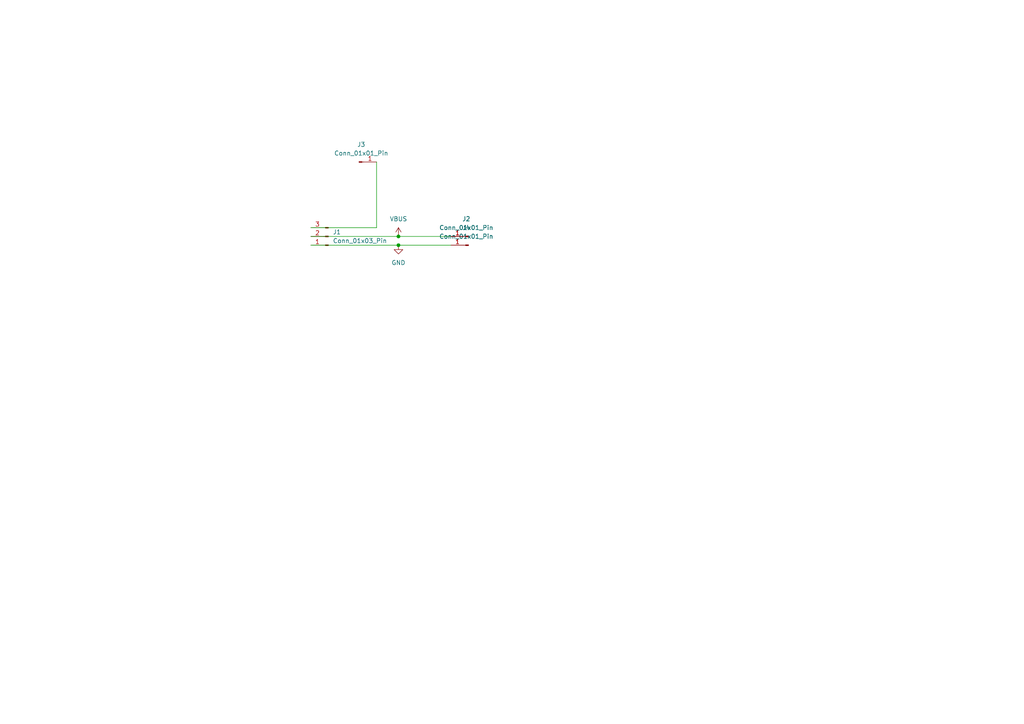
<source format=kicad_sch>
(kicad_sch (version 20231120) (generator "eeschema") (generator_version "8.0")
  (paper "A4")
  (lib_symbols
    (symbol "Connector:Conn_01x01_Pin" (pin_names (offset 1.016) hide)
      (property "Reference" "J" (at 0 2.54 0))
      (property "Value" "Conn_01x01_Pin" (at 0 -2.54 0))
      (symbol "Conn_01x01_Pin_1_1"
        (polyline (pts (xy 1.27 0) (xy 0.8636 0)) (stroke (width 0.1524)))
        (rectangle (start 0.8636 0.127) (end 0 -0.127) (stroke (width 0.1524)) (fill (type outline)))
        (pin passive line (at 5.08 0 180) (length 3.81) (name "Pin_1") (number "1"))
      )
    )
    (symbol "Connector:Conn_01x03_Pin" (pin_names (offset 1.016) hide)
      (property "Reference" "J" (at 0 5.08 0))
      (property "Value" "Conn_01x03_Pin" (at 0 -5.08 0))
      (symbol "Conn_01x03_Pin_1_1"
        (polyline (pts (xy 1.27 -2.54) (xy 0.8636 -2.54)) (stroke (width 0.1524)))
        (polyline (pts (xy 1.27 0) (xy 0.8636 0)) (stroke (width 0.1524)))
        (polyline (pts (xy 1.27 2.54) (xy 0.8636 2.54)) (stroke (width 0.1524)))
        (rectangle (start 0.8636 -2.413) (end 0 -2.667) (stroke (width 0.1524)) (fill (type outline)))
        (rectangle (start 0.8636 0.127) (end 0 -0.127) (stroke (width 0.1524)) (fill (type outline)))
        (rectangle (start 0.8636 2.667) (end 0 2.413) (stroke (width 0.1524)) (fill (type outline)))
        (pin passive line (at 5.08 2.54 180) (length 3.81) (name "Pin_1") (number "1"))
        (pin passive line (at 5.08 0 180) (length 3.81) (name "Pin_2") (number "2"))
        (pin passive line (at 5.08 -2.54 180) (length 3.81) (name "Pin_3") (number "3"))
      )
    )
    (symbol "power:GND" (power) (pin_numbers hide) (pin_names (offset 0) hide)
      (property "Value" "GND" (at 0 -3.81 0))
      (symbol "GND_0_1"
        (polyline (pts (xy 0 0) (xy 0 -1.27) (xy 1.27 -1.27) (xy 0 -2.54) (xy -1.27 -1.27) (xy 0 -1.27)))
      )
      (symbol "GND_1_1"
        (pin power_in line (at 0 0 270) (length 0) (name "~") (number "1"))
      )
    )
    (symbol "power:VBUS" (power) (pin_numbers hide) (pin_names (offset 0) hide)
      (property "Value" "VBUS" (at 0 3.556 0))
      (symbol "VBUS_0_1"
        (polyline (pts (xy -0.762 1.27) (xy 0 2.54)))
        (polyline (pts (xy 0 0) (xy 0 2.54)))
        (polyline (pts (xy 0 2.54) (xy 0.762 1.27)))
      )
      (symbol "VBUS_1_1"
        (pin power_in line (at 0 0 90) (length 0) (name "~") (number "1"))
      )
    )
  )
  (junction (at 115.57 71.12))
  (junction (at 115.57 68.58))
  (wire (pts (xy 115.57 71.12) (xy 130.81 71.12)))
  (wire (pts (xy 90.17 68.58) (xy 115.57 68.58)))
  (wire (pts (xy 109.22 46.99) (xy 109.22 66.04)))
  (wire (pts (xy 115.57 68.58) (xy 130.81 68.58)))
  (wire (pts (xy 90.17 71.12) (xy 115.57 71.12)))
  (wire (pts (xy 90.17 66.04) (xy 109.22 66.04)))
  (symbol (lib_id "Connector:Conn_01x01_Pin") (at 135.89 71.12 180) (unit 1)
    (property "Reference" "J4" (at 135.255 66.04 0))
    (property "Value" "Conn_01x01_Pin" (at 135.255 68.58 0))
    (property "Footprint" "Library:HARWIN_S1761-46R" (effects (hide yes)))
    (property "Description" "Generic connector, single row, 01x01, script generated" (effects (hide yes)))
  )
  (symbol (lib_id "Connector:Conn_01x01_Pin") (at 135.89 68.58 180) (unit 1)
    (property "Reference" "J2" (at 135.255 63.5 0))
    (property "Value" "Conn_01x01_Pin" (at 135.255 66.04 0))
    (property "Footprint" "Library:HARWIN_S1761-46R" (effects (hide yes)))
    (property "Description" "Generic connector, single row, 01x01, script generated" (effects (hide yes)))
  )
  (symbol (lib_id "power:GND") (at 115.57 71.12 0) (unit 1)
    (property "Reference" "#PWR01" (effects (hide yes)))
    (property "Value" "GND" (at 115.57 76.2 0))
    (property "Description" "Power symbol creates a global label with name \"GND\" , ground" (effects (hide yes)))
  )
  (symbol (lib_id "Connector:Conn_01x03_Pin") (at 95.25 68.58 180) (unit 1)
    (property "Reference" "J1" (at 96.52 67.3099 0) (effects (justify right)))
    (property "Value" "Conn_01x03_Pin" (at 96.52 69.8499 0) (effects (justify right)))
    (property "Footprint" "Connector_JST:JST_PH_B3B-PH-K_1x03_P2.00mm_Vertical" (effects (hide yes)))
    (property "Description" "Generic connector, single row, 01x03, script generated" (effects (hide yes)))
  )
  (symbol (lib_id "power:VBUS") (at 115.57 68.58 0) (unit 1)
    (property "Reference" "#PWR02" (effects (hide yes)))
    (property "Value" "VBUS" (at 115.57 63.5 0))
    (property "Description" "Power symbol creates a global label with name \"VBUS\"" (effects (hide yes)))
  )
  (symbol (lib_id "Connector:Conn_01x01_Pin") (at 104.14 46.99 0) (unit 1)
    (property "Reference" "J3" (at 104.775 41.91 0))
    (property "Value" "Conn_01x01_Pin" (at 104.775 44.45 0))
    (property "Footprint" "Library:HARWIN_S1761-46R" (effects (hide yes)))
    (property "Description" "Generic connector, single row, 01x01, script generated" (effects (hide yes)))
  )
)
</source>
